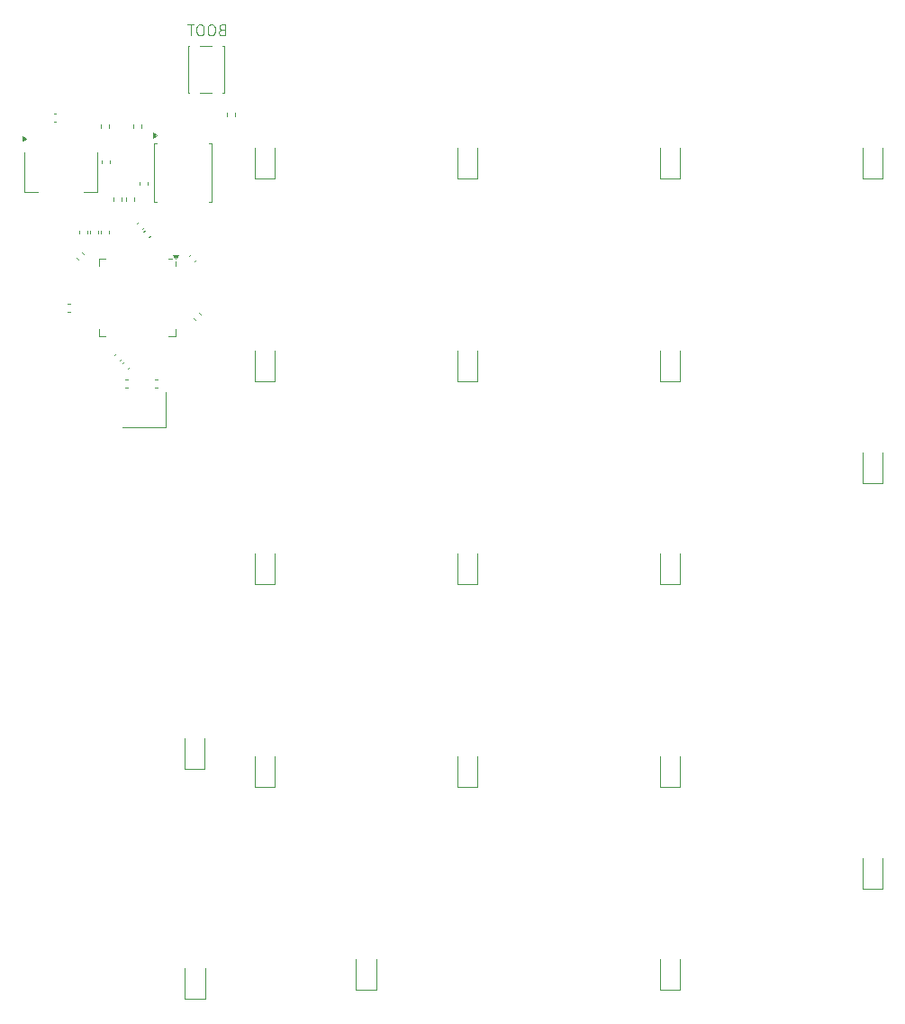
<source format=gbr>
%TF.GenerationSoftware,KiCad,Pcbnew,8.0.1*%
%TF.CreationDate,2024-08-08T15:56:45+10:00*%
%TF.ProjectId,banana17_main,62616e61-6e61-4313-975f-6d61696e2e6b,rev?*%
%TF.SameCoordinates,Original*%
%TF.FileFunction,Legend,Bot*%
%TF.FilePolarity,Positive*%
%FSLAX46Y46*%
G04 Gerber Fmt 4.6, Leading zero omitted, Abs format (unit mm)*
G04 Created by KiCad (PCBNEW 8.0.1) date 2024-08-08 15:56:45*
%MOMM*%
%LPD*%
G01*
G04 APERTURE LIST*
%ADD10C,0.100000*%
%ADD11C,0.120000*%
G04 APERTURE END LIST*
D10*
X115062782Y-55248609D02*
X114919925Y-55296228D01*
X114919925Y-55296228D02*
X114872306Y-55343847D01*
X114872306Y-55343847D02*
X114824687Y-55439085D01*
X114824687Y-55439085D02*
X114824687Y-55581942D01*
X114824687Y-55581942D02*
X114872306Y-55677180D01*
X114872306Y-55677180D02*
X114919925Y-55724800D01*
X114919925Y-55724800D02*
X115015163Y-55772419D01*
X115015163Y-55772419D02*
X115396115Y-55772419D01*
X115396115Y-55772419D02*
X115396115Y-54772419D01*
X115396115Y-54772419D02*
X115062782Y-54772419D01*
X115062782Y-54772419D02*
X114967544Y-54820038D01*
X114967544Y-54820038D02*
X114919925Y-54867657D01*
X114919925Y-54867657D02*
X114872306Y-54962895D01*
X114872306Y-54962895D02*
X114872306Y-55058133D01*
X114872306Y-55058133D02*
X114919925Y-55153371D01*
X114919925Y-55153371D02*
X114967544Y-55200990D01*
X114967544Y-55200990D02*
X115062782Y-55248609D01*
X115062782Y-55248609D02*
X115396115Y-55248609D01*
X114205639Y-54772419D02*
X114015163Y-54772419D01*
X114015163Y-54772419D02*
X113919925Y-54820038D01*
X113919925Y-54820038D02*
X113824687Y-54915276D01*
X113824687Y-54915276D02*
X113777068Y-55105752D01*
X113777068Y-55105752D02*
X113777068Y-55439085D01*
X113777068Y-55439085D02*
X113824687Y-55629561D01*
X113824687Y-55629561D02*
X113919925Y-55724800D01*
X113919925Y-55724800D02*
X114015163Y-55772419D01*
X114015163Y-55772419D02*
X114205639Y-55772419D01*
X114205639Y-55772419D02*
X114300877Y-55724800D01*
X114300877Y-55724800D02*
X114396115Y-55629561D01*
X114396115Y-55629561D02*
X114443734Y-55439085D01*
X114443734Y-55439085D02*
X114443734Y-55105752D01*
X114443734Y-55105752D02*
X114396115Y-54915276D01*
X114396115Y-54915276D02*
X114300877Y-54820038D01*
X114300877Y-54820038D02*
X114205639Y-54772419D01*
X113158020Y-54772419D02*
X112967544Y-54772419D01*
X112967544Y-54772419D02*
X112872306Y-54820038D01*
X112872306Y-54820038D02*
X112777068Y-54915276D01*
X112777068Y-54915276D02*
X112729449Y-55105752D01*
X112729449Y-55105752D02*
X112729449Y-55439085D01*
X112729449Y-55439085D02*
X112777068Y-55629561D01*
X112777068Y-55629561D02*
X112872306Y-55724800D01*
X112872306Y-55724800D02*
X112967544Y-55772419D01*
X112967544Y-55772419D02*
X113158020Y-55772419D01*
X113158020Y-55772419D02*
X113253258Y-55724800D01*
X113253258Y-55724800D02*
X113348496Y-55629561D01*
X113348496Y-55629561D02*
X113396115Y-55439085D01*
X113396115Y-55439085D02*
X113396115Y-55105752D01*
X113396115Y-55105752D02*
X113348496Y-54915276D01*
X113348496Y-54915276D02*
X113253258Y-54820038D01*
X113253258Y-54820038D02*
X113158020Y-54772419D01*
X112443734Y-54772419D02*
X111872306Y-54772419D01*
X112158020Y-55772419D02*
X112158020Y-54772419D01*
D11*
%TO.C,D3*%
X156263000Y-66380000D02*
X156263000Y-69240000D01*
X156263000Y-69240000D02*
X158183000Y-69240000D01*
X158183000Y-69240000D02*
X158183000Y-66380000D01*
%TO.C,C1*%
X103740000Y-74151665D02*
X103740000Y-74383335D01*
X104460000Y-74151665D02*
X104460000Y-74383335D01*
%TO.C,D9*%
X118163000Y-104480000D02*
X118163000Y-107340000D01*
X118163000Y-107340000D02*
X120083000Y-107340000D01*
X120083000Y-107340000D02*
X120083000Y-104480000D01*
%TO.C,R5*%
X115548925Y-63373940D02*
X115548925Y-63038698D01*
X116308925Y-63373940D02*
X116308925Y-63038698D01*
%TO.C,D15*%
X127688000Y-142580000D02*
X127688000Y-145440000D01*
X127688000Y-145440000D02*
X129608000Y-145440000D01*
X129608000Y-145440000D02*
X129608000Y-142580000D01*
%TO.C,D11*%
X156263000Y-104480000D02*
X156263000Y-107340000D01*
X156263000Y-107340000D02*
X158183000Y-107340000D01*
X158183000Y-107340000D02*
X158183000Y-104480000D01*
%TO.C,R2*%
X104907500Y-71335121D02*
X104907500Y-70999879D01*
X105667500Y-71335121D02*
X105667500Y-70999879D01*
%TO.C,D17*%
X175313000Y-133055000D02*
X175313000Y-135915000D01*
X175313000Y-135915000D02*
X177233000Y-135915000D01*
X177233000Y-135915000D02*
X177233000Y-133055000D01*
%TO.C,D7*%
X156263000Y-85430000D02*
X156263000Y-88290000D01*
X156263000Y-88290000D02*
X158183000Y-88290000D01*
X158183000Y-88290000D02*
X158183000Y-85430000D01*
%TO.C,U4*%
X108692500Y-65930000D02*
X108692500Y-68655000D01*
X108692500Y-71380000D02*
X108692500Y-68655000D01*
X108952500Y-65930000D02*
X108692500Y-65930000D01*
X108952500Y-71380000D02*
X108692500Y-71380000D01*
X113882500Y-65930000D02*
X114142500Y-65930000D01*
X113882500Y-71380000D02*
X114142500Y-71380000D01*
X114142500Y-65930000D02*
X114142500Y-68655000D01*
X114142500Y-71380000D02*
X114142500Y-68655000D01*
X108952500Y-65147500D02*
X108622500Y-65387500D01*
X108622500Y-64907500D01*
X108952500Y-65147500D01*
G36*
X108952500Y-65147500D02*
G01*
X108622500Y-65387500D01*
X108622500Y-64907500D01*
X108952500Y-65147500D01*
G37*
%TO.C,C4*%
X102740000Y-74151665D02*
X102740000Y-74383335D01*
X103460000Y-74151665D02*
X103460000Y-74383335D01*
%TO.C,D14*%
X156263000Y-123530000D02*
X156263000Y-126390000D01*
X156263000Y-126390000D02*
X158183000Y-126390000D01*
X158183000Y-126390000D02*
X158183000Y-123530000D01*
%TO.C,C16*%
X106235835Y-88127500D02*
X106004165Y-88127500D01*
X106235835Y-88847500D02*
X106004165Y-88847500D01*
%TO.C,R4*%
X106760000Y-64114879D02*
X106760000Y-64450121D01*
X107520000Y-64114879D02*
X107520000Y-64450121D01*
%TO.C,C9*%
X101438534Y-76692651D02*
X101602349Y-76856466D01*
X101947651Y-76183534D02*
X102111466Y-76347349D01*
%TO.C,D8*%
X175313000Y-94955000D02*
X175313000Y-97815000D01*
X175313000Y-97815000D02*
X177233000Y-97815000D01*
X177233000Y-97815000D02*
X177233000Y-94955000D01*
%TO.C,D5*%
X118163000Y-85430000D02*
X118163000Y-88290000D01*
X118163000Y-88290000D02*
X120083000Y-88290000D01*
X120083000Y-88290000D02*
X120083000Y-85430000D01*
%TO.C,C15*%
X108809165Y-88120000D02*
X109040835Y-88120000D01*
X108809165Y-88840000D02*
X109040835Y-88840000D01*
%TO.C,D4*%
X175313000Y-66380000D02*
X175313000Y-69240000D01*
X175313000Y-69240000D02*
X177233000Y-69240000D01*
X177233000Y-69240000D02*
X177233000Y-66380000D01*
%TO.C,R3*%
X103754856Y-64471443D02*
X103754856Y-64136201D01*
X104514856Y-64471443D02*
X104514856Y-64136201D01*
%TO.C,ENC_D2*%
X111588928Y-143425000D02*
X111588928Y-146285000D01*
X111588928Y-146285000D02*
X113508928Y-146285000D01*
X113508928Y-146285000D02*
X113508928Y-143425000D01*
%TO.C,C8*%
X100624165Y-81025000D02*
X100855835Y-81025000D01*
X100624165Y-81745000D02*
X100855835Y-81745000D01*
%TO.C,D13*%
X137213000Y-123530000D02*
X137213000Y-126390000D01*
X137213000Y-126390000D02*
X139133000Y-126390000D01*
X139133000Y-126390000D02*
X139133000Y-123530000D01*
%TO.C,ENC_D1*%
X111575255Y-121793097D02*
X111575255Y-124653097D01*
X111575255Y-124653097D02*
X113495255Y-124653097D01*
X113495255Y-124653097D02*
X113495255Y-121793097D01*
%TO.C,BOOT1*%
X111900000Y-56790000D02*
X111900000Y-61190000D01*
X111900000Y-61190000D02*
X112020000Y-61190000D01*
X112020000Y-56790000D02*
X111900000Y-56790000D01*
X113030000Y-61190000D02*
X114170000Y-61190000D01*
X114170000Y-56790000D02*
X113030000Y-56790000D01*
X115180000Y-61190000D02*
X115300000Y-61190000D01*
X115300000Y-56790000D02*
X115180000Y-56790000D01*
X115300000Y-61190000D02*
X115300000Y-56790000D01*
%TO.C,C7*%
X105728534Y-86547349D02*
X105892349Y-86383534D01*
X106237651Y-87056466D02*
X106401466Y-86892651D01*
%TO.C,D10*%
X137213000Y-104480000D02*
X137213000Y-107340000D01*
X137213000Y-107340000D02*
X139133000Y-107340000D01*
X139133000Y-107340000D02*
X139133000Y-104480000D01*
%TO.C,U1*%
X103530000Y-76775000D02*
X104180000Y-76775000D01*
X103530000Y-77425000D02*
X103530000Y-76775000D01*
X103530000Y-83345000D02*
X103530000Y-83995000D01*
X103530000Y-83995000D02*
X104180000Y-83995000D01*
X110450000Y-76775000D02*
X110100000Y-76775000D01*
X110750000Y-77015000D02*
X110750000Y-77425000D01*
X110750000Y-83345000D02*
X110750000Y-83995000D01*
X110750000Y-83995000D02*
X110100000Y-83995000D01*
X110750000Y-76775000D02*
X110510000Y-76445000D01*
X110990000Y-76445000D01*
X110750000Y-76775000D01*
G36*
X110750000Y-76775000D02*
G01*
X110510000Y-76445000D01*
X110990000Y-76445000D01*
X110750000Y-76775000D01*
G37*
%TO.C,C2*%
X107904849Y-74088534D02*
X107741034Y-74252349D01*
X108413966Y-74597651D02*
X108250151Y-74761466D01*
%TO.C,D2*%
X137213000Y-66380000D02*
X137213000Y-69240000D01*
X137213000Y-69240000D02*
X139133000Y-69240000D01*
X139133000Y-69240000D02*
X139133000Y-66380000D01*
%TO.C,D6*%
X137213000Y-85430000D02*
X137213000Y-88290000D01*
X137213000Y-88290000D02*
X139133000Y-88290000D01*
X139133000Y-88290000D02*
X139133000Y-85430000D01*
%TO.C,C6*%
X112627349Y-82536466D02*
X112463534Y-82372651D01*
X113136466Y-82027349D02*
X112972651Y-81863534D01*
%TO.C,C11*%
X101730000Y-74151665D02*
X101730000Y-74383335D01*
X102450000Y-74151665D02*
X102450000Y-74383335D01*
%TO.C,C13*%
X99286665Y-63125000D02*
X99518335Y-63125000D01*
X99286665Y-63845000D02*
X99518335Y-63845000D01*
%TO.C,R1*%
X106107500Y-71337621D02*
X106107500Y-71002379D01*
X106867500Y-71337621D02*
X106867500Y-71002379D01*
%TO.C,C12*%
X103850000Y-67780835D02*
X103850000Y-67549165D01*
X104570000Y-67780835D02*
X104570000Y-67549165D01*
%TO.C,C14*%
X107407500Y-69539165D02*
X107407500Y-69770835D01*
X108127500Y-69539165D02*
X108127500Y-69770835D01*
%TO.C,D12*%
X118163000Y-123530000D02*
X118163000Y-126390000D01*
X118163000Y-126390000D02*
X120083000Y-126390000D01*
X120083000Y-126390000D02*
X120083000Y-123530000D01*
%TO.C,D16*%
X156263000Y-142580000D02*
X156263000Y-145440000D01*
X156263000Y-145440000D02*
X158183000Y-145440000D01*
X158183000Y-145440000D02*
X158183000Y-142580000D01*
%TO.C,C3*%
X104978534Y-85797349D02*
X105142349Y-85633534D01*
X105487651Y-86306466D02*
X105651466Y-86142651D01*
%TO.C,D1*%
X118163000Y-66380000D02*
X118163000Y-69240000D01*
X118163000Y-69240000D02*
X120083000Y-69240000D01*
X120083000Y-69240000D02*
X120083000Y-66380000D01*
%TO.C,C5*%
X112227349Y-76363534D02*
X112063534Y-76527349D01*
X112736466Y-76872651D02*
X112572651Y-77036466D01*
%TO.C,U2*%
X96560000Y-70495000D02*
X96560000Y-66735000D01*
X97820000Y-70495000D02*
X96560000Y-70495000D01*
X102120000Y-70495000D02*
X103380000Y-70495000D01*
X103380000Y-70495000D02*
X103380000Y-66735000D01*
X96660000Y-65455000D02*
X96330000Y-65695000D01*
X96330000Y-65215000D01*
X96660000Y-65455000D01*
G36*
X96660000Y-65455000D02*
G01*
X96330000Y-65695000D01*
X96330000Y-65215000D01*
X96660000Y-65455000D01*
G37*
%TO.C,C10*%
X107294849Y-73268534D02*
X107131034Y-73432349D01*
X107803966Y-73777651D02*
X107640151Y-73941466D01*
%TO.C,Y1*%
X105787500Y-92587500D02*
X109787500Y-92587500D01*
X109787500Y-92587500D02*
X109787500Y-89287500D01*
%TD*%
M02*

</source>
